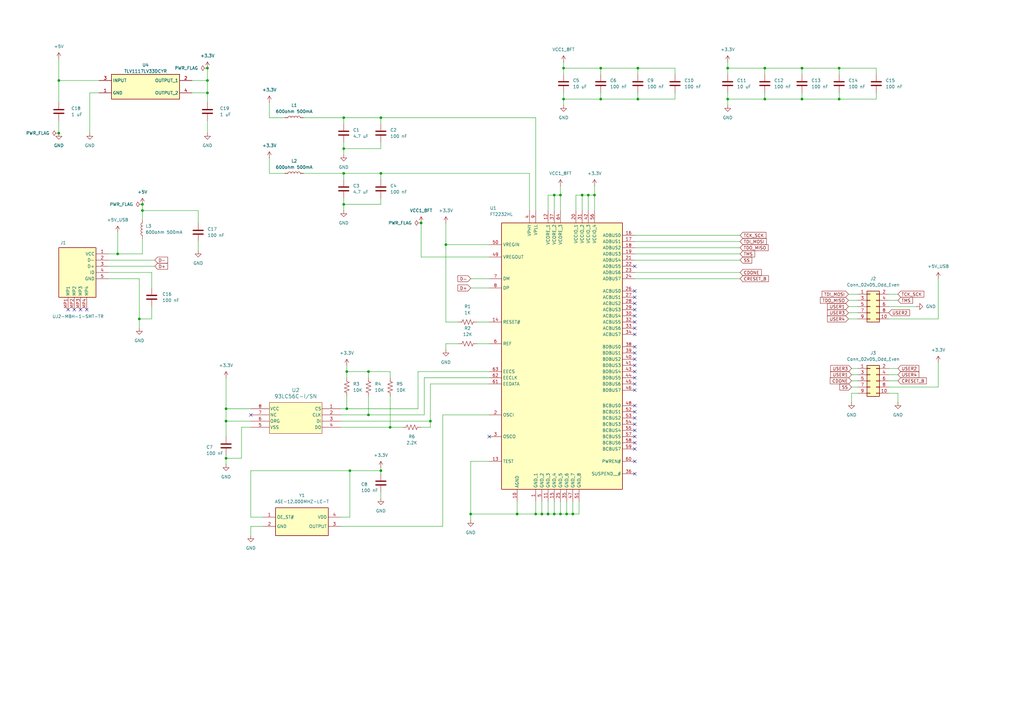
<source format=kicad_sch>
(kicad_sch (version 20250114) (generator "eeschema") (generator_version "9.0")
  (paper "A3")
  (lib_symbols
    (symbol "000_Symbols:93LC56C-I_SN" (pin_names (offset 0.254))
      (property "Reference" "U" (at 1.016 4.318 0))
      (property "Value" "93LC56C-I/SN" (at 1.016 1.778 0))
      (symbol "93LC56C-I_SN_0_1"
        (pin passive line (at -17.78 -2.54 0) (length 7.62) (name "CS") (number "1"))
        (pin passive line (at -17.78 -5.08 0) (length 7.62) (name "CLK") (number "2"))
        (pin passive line (at -17.78 -7.62 0) (length 7.62) (name "DI") (number "3"))
        (pin passive line (at -17.78 -10.16 0) (length 7.62) (name "DO") (number "4"))
        (pin passive line (at 19.05 -2.54 180) (length 7.62) (name "VCC") (number "8"))
        (pin passive line (at 19.05 -5.08 180) (length 7.62) (name "NC") (number "7"))
        (pin passive line (at 19.05 -7.62 180) (length 7.62) (name "ORG") (number "6"))
        (pin passive line (at 19.05 -10.16 180) (length 7.62) (name "VSS") (number "5"))
      )
      (symbol "93LC56C-I_SN_1_1"
        (rectangle (start -10.16 0) (end 11.43 -12.7) (fill (type background)))
      )
    )
    (symbol "000_Symbols:ASE-12.000MHZ-LC-T"
      (property "Reference" "Y" (at 6.858 7.366 0))
      (property "Value" "ASE-12.000MHZ-LC-T" (at 6.858 4.826 0))
      (symbol "ASE-12.000MHZ-LC-T_1_1"
        (rectangle (start 5.08 2.54) (end 26.67 -8.89) (stroke (width 0.254)) (fill (type background)))
        (pin passive line (at 0 -1.27 0) (length 5.08) (name "OE_ST#") (number "1"))
        (pin passive line (at 0 -5.08 0) (length 5.08) (name "GND") (number "2"))
        (pin passive line (at 31.75 -1.27 180) (length 5.08) (name "VDD") (number "4"))
        (pin passive line (at 31.75 -5.08 180) (length 5.08) (name "OUTPUT") (number "3"))
      )
    )
    (symbol "000_Symbols:FT2232HL-REEL"
      (property "Reference" "U" (at 49.53 20.32 0))
      (property "Value" "FT2232HL-REEL" (at 49.53 17.78 0))
      (symbol "FT2232HL-REEL_1_1"
        (rectangle (start -1.27 15.24) (end 48.26 -93.98) (stroke (width 0.254)) (fill (type background)))
        (pin passive line (at -6.35 6.35 0) (length 5.08) (name "VREGIN") (number "50"))
        (pin passive line (at -6.35 1.27 0) (length 5.08) (name "VREGOUT") (number "49"))
        (pin passive line (at -6.35 -7.62 0) (length 5.08) (name "DM") (number "7"))
        (pin passive line (at -6.35 -11.43 0) (length 5.08) (name "DP") (number "8"))
        (pin passive line (at -6.35 -25.4 0) (length 5.08) (name "RESET#") (number "14"))
        (pin passive line (at -6.35 -34.29 0) (length 5.08) (name "REF") (number "6"))
        (pin passive line (at -6.35 -45.72 0) (length 5.08) (name "EECS") (number "63"))
        (pin passive line (at -6.35 -48.26 0) (length 5.08) (name "EECLK") (number "62"))
        (pin passive line (at -6.35 -50.8 0) (length 5.08) (name "EEDATA") (number "61"))
        (pin passive line (at -6.35 -63.5 0) (length 5.08) (name "OSCI") (number "2"))
        (pin passive line (at -6.35 -72.39 0) (length 5.08) (name "OSCO") (number "3"))
        (pin passive line (at -6.35 -82.55 0) (length 5.08) (name "TEST") (number "13"))
        (pin passive line (at 5.08 -99.06 90) (length 5.08) (name "AGND") (number "10"))
        (pin passive line (at 10.16 20.32 270) (length 5.08) (name "VPHY") (number "4"))
        (pin passive line (at 12.7 20.32 270) (length 5.08) (name "VPLL") (number "9"))
        (pin passive line (at 12.7 -99.06 90) (length 5.08) (name "GND_1") (number "1"))
        (pin passive line (at 15.24 -99.06 90) (length 5.08) (name "GND_2") (number "5"))
        (pin passive line (at 17.78 20.32 270) (length 5.08) (name "VCORE_1") (number "12"))
        (pin passive line (at 17.78 -99.06 90) (length 5.08) (name "GND_3") (number "11"))
        (pin passive line (at 20.32 20.32 270) (length 5.08) (name "VCORE_2") (number "37"))
        (pin passive line (at 20.32 -99.06 90) (length 5.08) (name "GND_4") (number "15"))
        (pin passive line (at 22.86 20.32 270) (length 5.08) (name "VCORE_3") (number "64"))
        (pin passive line (at 22.86 -99.06 90) (length 5.08) (name "GND_5") (number "25"))
        (pin passive line (at 25.4 -99.06 90) (length 5.08) (name "GND_6") (number "35"))
        (pin passive line (at 27.94 -99.06 90) (length 5.08) (name "GND_7") (number "47"))
        (pin passive line (at 29.21 20.32 270) (length 5.08) (name "VCCIO_1") (number "20"))
        (pin passive line (at 30.48 -99.06 90) (length 5.08) (name "GND_8") (number "51"))
        (pin passive line (at 31.75 20.32 270) (length 5.08) (name "VCCIO_2") (number "31"))
        (pin passive line (at 34.29 20.32 270) (length 5.08) (name "VCCIO_3") (number "42"))
        (pin passive line (at 36.83 20.32 270) (length 5.08) (name "VCCIO_4") (number "56"))
        (pin passive line (at 53.34 10.16 180) (length 5.08) (name "ADBUS0") (number "16"))
        (pin passive line (at 53.34 7.62 180) (length 5.08) (name "ADBUS1") (number "17"))
        (pin passive line (at 53.34 5.08 180) (length 5.08) (name "ADBUS2") (number "18"))
        (pin passive line (at 53.34 2.54 180) (length 5.08) (name "ADBUS3") (number "19"))
        (pin passive line (at 53.34 0 180) (length 5.08) (name "ADBUS4") (number "21"))
        (pin passive line (at 53.34 -2.54 180) (length 5.08) (name "ADBUS5") (number "22"))
        (pin passive line (at 53.34 -5.08 180) (length 5.08) (name "ADBUS6") (number "23"))
        (pin passive line (at 53.34 -7.62 180) (length 5.08) (name "ADBUS7") (number "24"))
        (pin passive line (at 53.34 -12.7 180) (length 5.08) (name "ACBUS0") (number "26"))
        (pin passive line (at 53.34 -15.24 180) (length 5.08) (name "ACBUS1") (number "27"))
        (pin passive line (at 53.34 -17.78 180) (length 5.08) (name "ACBUS2") (number "28"))
        (pin passive line (at 53.34 -20.32 180) (length 5.08) (name "ACBUS3") (number "29"))
        (pin passive line (at 53.34 -22.86 180) (length 5.08) (name "ACBUS4") (number "30"))
        (pin passive line (at 53.34 -25.4 180) (length 5.08) (name "ACBUS5") (number "32"))
        (pin passive line (at 53.34 -27.94 180) (length 5.08) (name "ACBUS6") (number "33"))
        (pin passive line (at 53.34 -30.48 180) (length 5.08) (name "ACBUS7") (number "34"))
        (pin passive line (at 53.34 -35.56 180) (length 5.08) (name "BDBUS0") (number "38"))
        (pin passive line (at 53.34 -38.1 180) (length 5.08) (name "BDBUS1") (number "39"))
        (pin passive line (at 53.34 -40.64 180) (length 5.08) (name "BDBUS2") (number "40"))
        (pin passive line (at 53.34 -43.18 180) (length 5.08) (name "BDBUS3") (number "41"))
        (pin passive line (at 53.34 -45.72 180) (length 5.08) (name "BDBUS4") (number "43"))
        (pin passive line (at 53.34 -48.26 180) (length 5.08) (name "BDBUS5") (number "44"))
        (pin passive line (at 53.34 -50.8 180) (length 5.08) (name "BDBUS6") (number "45"))
        (pin passive line (at 53.34 -53.34 180) (length 5.08) (name "BDBUS7") (number "46"))
        (pin passive line (at 53.34 -59.69 180) (length 5.08) (name "BCBUS0") (number "48"))
        (pin passive line (at 53.34 -62.23 180) (length 5.08) (name "BCBUS1") (number "52"))
        (pin passive line (at 53.34 -64.77 180) (length 5.08) (name "BCBUS2") (number "53"))
        (pin passive line (at 53.34 -67.31 180) (length 5.08) (name "BCBUS3") (number "54"))
        (pin passive line (at 53.34 -69.85 180) (length 5.08) (name "BCBUS4") (number "55"))
        (pin passive line (at 53.34 -72.39 180) (length 5.08) (name "BCBUS5") (number "57"))
        (pin passive line (at 53.34 -74.93 180) (length 5.08) (name "BCBUS6") (number "58"))
        (pin passive line (at 53.34 -77.47 180) (length 5.08) (name "BCBUS7") (number "59"))
        (pin passive line (at 53.34 -82.55 180) (length 5.08) (name "PWREN#") (number "60"))
        (pin passive line (at 53.34 -87.63 180) (length 5.08) (name "SUSPEND__#") (number "36"))
      )
    )
    (symbol "000_Symbols:TLV1117LV33DCYR"
      (property "Reference" "U" (at 17.018 4.572 0))
      (property "Value" "TLV1117LV33DCYR" (at 15.24 -8.636 0))
      (symbol "TLV1117LV33DCYR_1_1"
        (rectangle (start 5.08 2.54) (end 33.02 -7.62) (stroke (width 0.254)) (fill (type background)))
        (pin passive line (at 0 0 0) (length 5.08) (name "INPUT") (number "3"))
        (pin passive line (at 0 -5.08 0) (length 5.08) (name "GND") (number "1"))
        (pin passive line (at 38.1 0 180) (length 5.08) (name "OUTPUT_1") (number "2"))
        (pin passive line (at 38.1 -5.08 180) (length 5.08) (name "OUTPUT_2") (number "4"))
      )
    )
    (symbol "000_Symbols:UJ2-MBH-1-SMT-TR"
      (property "Reference" "J" (at 5.588 7.366 0))
      (property "Value" "UJ2-MBH-1-SMT-TR" (at 5.588 4.826 0))
      (symbol "UJ2-MBH-1-SMT-TR_1_1"
        (rectangle (start 5.08 2.54) (end 20.32 -17.78) (stroke (width 0.254)) (fill (type background)))
        (pin passive line (at 8.89 -22.86 90) (length 5.08) (name "MP1") (number "MP1"))
        (pin passive line (at 11.43 -22.86 90) (length 5.08) (name "MP2") (number "MP2"))
        (pin passive line (at 13.97 -22.86 90) (length 5.08) (name "MP3") (number "MP3"))
        (pin passive line (at 16.51 -22.86 90) (length 5.08) (name "MP4") (number "MP4"))
        (pin passive line (at 25.4 0 180) (length 5.08) (name "VCC") (number "1"))
        (pin passive line (at 25.4 -2.54 180) (length 5.08) (name "D-") (number "2"))
        (pin passive line (at 25.4 -5.08 180) (length 5.08) (name "D+") (number "3"))
        (pin passive line (at 25.4 -7.62 180) (length 5.08) (name "ID") (number "4"))
        (pin passive line (at 25.4 -10.16 180) (length 5.08) (name "GND") (number "5"))
      )
    )
    (symbol "Connector_Generic:Conn_02x05_Odd_Even" (pin_names (offset 1.016) (hide yes))
      (property "Reference" "J" (at 1.27 7.62 0))
      (property "Value" "Conn_02x05_Odd_Even" (at 1.27 -7.62 0))
      (symbol "Conn_02x05_Odd_Even_1_1"
        (rectangle (start -1.27 6.35) (end 3.81 -6.35) (stroke (width 0.254)) (fill (type background)))
        (rectangle (start -1.27 5.207) (end 0 4.953) (stroke (width 0.1524)))
        (rectangle (start -1.27 2.667) (end 0 2.413) (stroke (width 0.1524)))
        (rectangle (start -1.27 0.127) (end 0 -0.127) (stroke (width 0.1524)))
        (rectangle (start -1.27 -2.413) (end 0 -2.667) (stroke (width 0.1524)))
        (rectangle (start -1.27 -4.953) (end 0 -5.207) (stroke (width 0.1524)))
        (rectangle (start 3.81 5.207) (end 2.54 4.953) (stroke (width 0.1524)))
        (rectangle (start 3.81 2.667) (end 2.54 2.413) (stroke (width 0.1524)))
        (rectangle (start 3.81 0.127) (end 2.54 -0.127) (stroke (width 0.1524)))
        (rectangle (start 3.81 -2.413) (end 2.54 -2.667) (stroke (width 0.1524)))
        (rectangle (start 3.81 -4.953) (end 2.54 -5.207) (stroke (width 0.1524)))
        (pin passive line (at -5.08 5.08 0) (length 3.81) (name "Pin_1") (number "1"))
        (pin passive line (at -5.08 2.54 0) (length 3.81) (name "Pin_3") (number "3"))
        (pin passive line (at -5.08 0 0) (length 3.81) (name "Pin_5") (number "5"))
        (pin passive line (at -5.08 -2.54 0) (length 3.81) (name "Pin_7") (number "7"))
        (pin passive line (at -5.08 -5.08 0) (length 3.81) (name "Pin_9") (number "9"))
        (pin passive line (at 7.62 5.08 180) (length 3.81) (name "Pin_2") (number "2"))
        (pin passive line (at 7.62 2.54 180) (length 3.81) (name "Pin_4") (number "4"))
        (pin passive line (at 7.62 0 180) (length 3.81) (name "Pin_6") (number "6"))
        (pin passive line (at 7.62 -2.54 180) (length 3.81) (name "Pin_8") (number "8"))
        (pin passive line (at 7.62 -5.08 180) (length 3.81) (name "Pin_10") (number "10"))
      )
    )
    (symbol "Device:C" (pin_numbers (hide yes)) (pin_names (offset 0.254))
      (property "Reference" "C" (at 0.635 2.54 0))
      (property "Value" "C" (at 0.635 -2.54 0))
      (symbol "C_0_1"
        (polyline (pts (xy -2.032 0.762) (xy 2.032 0.762)) (stroke (width 0.508)))
        (polyline (pts (xy -2.032 -0.762) (xy 2.032 -0.762)) (stroke (width 0.508)))
      )
      (symbol "C_1_1"
        (pin passive line (at 0 3.81 270) (length 2.794) (name "~") (number "1"))
        (pin passive line (at 0 -3.81 90) (length 2.794) (name "~") (number "2"))
      )
    )
    (symbol "Device:L" (pin_numbers (hide yes)) (pin_names (offset 1.016) (hide yes))
      (property "Reference" "L" (at -1.27 0 90))
      (property "Value" "L" (at 1.905 0 90))
      (symbol "L_0_1"
        (arc (start 0 2.54) (mid 0.6323 1.905) (end 0 1.27))
        (arc (start 0 1.27) (mid 0.6323 0.635) (end 0 0))
        (arc (start 0 0) (mid 0.6323 -0.635) (end 0 -1.27))
        (arc (start 0 -1.27) (mid 0.6323 -1.905) (end 0 -2.54))
      )
      (symbol "L_1_1"
        (pin passive line (at 0 3.81 270) (length 1.27) (name "1") (number "1"))
        (pin passive line (at 0 -3.81 90) (length 1.27) (name "2") (number "2"))
      )
    )
    (symbol "Device:R_US" (pin_numbers (hide yes)) (pin_names (offset 0))
      (property "Reference" "R" (at 2.54 0 90))
      (property "Value" "R_US" (at -2.54 0 90))
      (symbol "R_US_0_1"
        (polyline (pts (xy 0 2.286) (xy 0 2.54)))
        (polyline (pts (xy 0 2.286) (xy 1.016 1.905) (xy 0 1.524) (xy -1.016 1.143) (xy 0 0.762)))
        (polyline (pts (xy 0 0.762) (xy 1.016 0.381) (xy 0 0) (xy -1.016 -0.381) (xy 0 -0.762)))
        (polyline (pts (xy 0 -0.762) (xy 1.016 -1.143) (xy 0 -1.524) (xy -1.016 -1.905) (xy 0 -2.286)))
        (polyline (pts (xy 0 -2.286) (xy 0 -2.54)))
      )
      (symbol "R_US_1_1"
        (pin passive line (at 0 3.81 270) (length 1.27) (name "~") (number "1"))
        (pin passive line (at 0 -3.81 90) (length 1.27) (name "~") (number "2"))
      )
    )
    (symbol "power:+3.3V" (power) (pin_numbers (hide yes)) (pin_names (offset 0) (hide yes))
      (property "Value" "+3.3V" (at 0 3.556 0))
      (symbol "+3.3V_0_1"
        (polyline (pts (xy -0.762 1.27) (xy 0 2.54)))
        (polyline (pts (xy 0 2.54) (xy 0.762 1.27)))
        (polyline (pts (xy 0 0) (xy 0 2.54)))
      )
      (symbol "+3.3V_1_1"
        (pin power_in line (at 0 0 90) (length 0) (name "~") (number "1"))
      )
    )
    (symbol "power:GND" (power) (pin_numbers (hide yes)) (pin_names (offset 0) (hide yes))
      (property "Value" "GND" (at 0 -3.81 0))
      (symbol "GND_0_1"
        (polyline (pts (xy 0 0) (xy 0 -1.27) (xy 1.27 -1.27) (xy 0 -2.54) (xy -1.27 -1.27) (xy 0 -1.27)))
      )
      (symbol "GND_1_1"
        (pin power_in line (at 0 0 270) (length 0) (name "~") (number "1"))
      )
    )
    (symbol "power:PWR_FLAG" (power) (pin_numbers (hide yes)) (pin_names (offset 0) (hide yes))
      (property "Value" "PWR_FLAG" (at 0 3.81 0))
      (symbol "PWR_FLAG_0_0"
        (pin power_out line (at 0 0 90) (length 0) (name "~") (number "1"))
      )
      (symbol "PWR_FLAG_0_1"
        (polyline (pts (xy 0 0) (xy 0 1.27) (xy -1.016 1.905) (xy 0 2.54) (xy 1.016 1.905) (xy 0 1.27)))
      )
    )
    (symbol "power:VCC" (power) (pin_numbers (hide yes)) (pin_names (offset 0) (hide yes))
      (property "Value" "VCC" (at 0 3.556 0))
      (symbol "VCC_0_1"
        (polyline (pts (xy -0.762 1.27) (xy 0 2.54)))
        (polyline (pts (xy 0 2.54) (xy 0.762 1.27)))
        (polyline (pts (xy 0 0) (xy 0 2.54)))
      )
      (symbol "VCC_1_1"
        (pin power_in line (at 0 0 90) (length 0) (name "~") (number "1"))
      )
    )
  )
  (junction (at 193.04 210.82))
  (junction (at 140.97 60.96))
  (junction (at 140.97 48.26))
  (junction (at 261.62 40.64))
  (junction (at 344.17 40.64))
  (junction (at 313.69 40.64))
  (junction (at 172.72 91.44))
  (junction (at 156.21 71.12))
  (junction (at 234.95 210.82))
  (junction (at 227.33 80.01))
  (junction (at 243.84 80.01))
  (junction (at 142.24 152.4))
  (junction (at 176.53 172.72))
  (junction (at 140.97 83.82))
  (junction (at 231.14 40.64))
  (junction (at 313.69 27.94))
  (junction (at 85.09 27.94))
  (junction (at 328.93 40.64))
  (junction (at 231.14 27.94))
  (junction (at 238.76 80.01))
  (junction (at 261.62 27.94))
  (junction (at 92.71 167.64))
  (junction (at 182.88 100.33))
  (junction (at 219.71 210.82))
  (junction (at 156.21 48.26))
  (junction (at 151.13 170.18))
  (junction (at 58.42 86.36))
  (junction (at 58.42 83.82))
  (junction (at 85.09 33.02))
  (junction (at 344.17 27.94))
  (junction (at 143.51 193.04))
  (junction (at 24.13 54.61))
  (junction (at 224.79 210.82))
  (junction (at 151.13 152.4))
  (junction (at 48.26 104.14))
  (junction (at 160.02 175.26))
  (junction (at 156.21 193.04))
  (junction (at 142.24 167.64))
  (junction (at 246.38 40.64))
  (junction (at 57.15 130.81))
  (junction (at 241.3 80.01))
  (junction (at 222.25 210.82))
  (junction (at 229.87 80.01))
  (junction (at 140.97 71.12))
  (junction (at 246.38 27.94))
  (junction (at 328.93 27.94))
  (junction (at 92.71 187.96))
  (junction (at 227.33 210.82))
  (junction (at 212.09 210.82))
  (junction (at 24.13 33.02))
  (junction (at 232.41 210.82))
  (junction (at 229.87 210.82))
  (junction (at 298.45 40.64))
  (junction (at 298.45 27.94))
  (junction (at 92.71 172.72))
  (junction (at 85.09 38.1))
  (no_connect (at 260.35 147.32))
  (no_connect (at 260.35 194.31))
  (no_connect (at 260.35 184.15))
  (no_connect (at 260.35 137.16))
  (no_connect (at 260.35 176.53))
  (no_connect (at 260.35 144.78))
  (no_connect (at 260.35 134.62))
  (no_connect (at 260.35 132.08))
  (no_connect (at 260.35 168.91))
  (no_connect (at 33.02 127))
  (no_connect (at 260.35 127))
  (no_connect (at 260.35 152.4))
  (no_connect (at 260.35 173.99))
  (no_connect (at 260.35 189.23))
  (no_connect (at 260.35 171.45))
  (no_connect (at 102.87 170.18))
  (no_connect (at 260.35 181.61))
  (no_connect (at 260.35 129.54))
  (no_connect (at 35.56 127))
  (no_connect (at 260.35 149.86))
  (no_connect (at 260.35 179.07))
  (no_connect (at 260.35 121.92))
  (no_connect (at 260.35 109.22))
  (no_connect (at 260.35 142.24))
  (no_connect (at 27.94 127))
  (no_connect (at 260.35 119.38))
  (no_connect (at 260.35 166.37))
  (no_connect (at 200.66 179.07))
  (no_connect (at 260.35 160.02))
  (no_connect (at 260.35 154.94))
  (no_connect (at 30.48 127))
  (no_connect (at 260.35 157.48))
  (no_connect (at 260.35 124.46))
  (wire (pts (xy 81.28 91.44) (xy 81.28 86.36)))
  (wire (pts (xy 81.28 86.36) (xy 58.42 86.36)))
  (wire (pts (xy 303.53 104.14) (xy 260.35 104.14)))
  (wire (pts (xy 151.13 162.56) (xy 151.13 170.18)))
  (wire (pts (xy 368.3 161.29) (xy 364.49 161.29)))
  (wire (pts (xy 63.5 109.22) (xy 44.45 109.22)))
  (wire (pts (xy 110.49 64.77) (xy 110.49 71.12)))
  (wire (pts (xy 140.97 81.28) (xy 140.97 83.82)))
  (wire (pts (xy 261.62 27.94) (xy 261.62 30.48)))
  (wire (pts (xy 229.87 76.2) (xy 229.87 80.01)))
  (wire (pts (xy 238.76 80.01) (xy 238.76 86.36)))
  (wire (pts (xy 224.79 86.36) (xy 224.79 80.01)))
  (wire (pts (xy 200.66 189.23) (xy 193.04 189.23)))
  (wire (pts (xy 349.25 151.13) (xy 351.79 151.13)))
  (wire (pts (xy 172.72 105.41) (xy 172.72 91.44)))
  (wire (pts (xy 359.41 38.1) (xy 359.41 40.64)))
  (wire (pts (xy 102.87 193.04) (xy 143.51 193.04)))
  (wire (pts (xy 48.26 95.25) (xy 48.26 104.14)))
  (wire (pts (xy 116.84 48.26) (xy 110.49 48.26)))
  (wire (pts (xy 92.71 172.72) (xy 92.71 179.07)))
  (wire (pts (xy 313.69 30.48) (xy 313.69 27.94)))
  (wire (pts (xy 217.17 86.36) (xy 217.17 71.12)))
  (wire (pts (xy 110.49 48.26) (xy 110.49 41.91)))
  (wire (pts (xy 328.93 40.64) (xy 313.69 40.64)))
  (wire (pts (xy 219.71 86.36) (xy 219.71 48.26)))
  (wire (pts (xy 142.24 162.56) (xy 142.24 167.64)))
  (wire (pts (xy 63.5 106.68) (xy 44.45 106.68)))
  (wire (pts (xy 384.81 148.59) (xy 384.81 158.75)))
  (wire (pts (xy 58.42 86.36) (xy 58.42 90.17)))
  (wire (pts (xy 102.87 212.09) (xy 102.87 193.04)))
  (wire (pts (xy 200.66 105.41) (xy 172.72 105.41)))
  (wire (pts (xy 78.74 38.1) (xy 85.09 38.1)))
  (wire (pts (xy 234.95 210.82) (xy 232.41 210.82)))
  (wire (pts (xy 344.17 38.1) (xy 344.17 40.64)))
  (wire (pts (xy 140.97 83.82) (xy 140.97 86.36)))
  (wire (pts (xy 193.04 118.11) (xy 200.66 118.11)))
  (wire (pts (xy 193.04 210.82) (xy 193.04 213.36)))
  (wire (pts (xy 298.45 38.1) (xy 298.45 40.64)))
  (wire (pts (xy 151.13 152.4) (xy 142.24 152.4)))
  (wire (pts (xy 182.88 140.97) (xy 187.96 140.97)))
  (wire (pts (xy 232.41 205.74) (xy 232.41 210.82)))
  (wire (pts (xy 139.7 212.09) (xy 143.51 212.09)))
  (wire (pts (xy 303.53 96.52) (xy 260.35 96.52)))
  (wire (pts (xy 298.45 27.94) (xy 298.45 30.48)))
  (wire (pts (xy 237.49 205.74) (xy 237.49 210.82)))
  (wire (pts (xy 139.7 170.18) (xy 151.13 170.18)))
  (wire (pts (xy 246.38 38.1) (xy 246.38 40.64)))
  (wire (pts (xy 193.04 114.3) (xy 200.66 114.3)))
  (wire (pts (xy 246.38 27.94) (xy 231.14 27.94)))
  (wire (pts (xy 99.06 187.96) (xy 92.71 187.96)))
  (wire (pts (xy 24.13 24.13) (xy 24.13 33.02)))
  (wire (pts (xy 261.62 40.64) (xy 246.38 40.64)))
  (wire (pts (xy 44.45 104.14) (xy 48.26 104.14)))
  (wire (pts (xy 200.66 152.4) (xy 171.45 152.4)))
  (wire (pts (xy 85.09 49.53) (xy 85.09 54.61)))
  (wire (pts (xy 107.95 215.9) (xy 102.87 215.9)))
  (wire (pts (xy 160.02 175.26) (xy 165.1 175.26)))
  (wire (pts (xy 92.71 187.96) (xy 92.71 190.5)))
  (wire (pts (xy 222.25 205.74) (xy 222.25 210.82)))
  (wire (pts (xy 261.62 27.94) (xy 246.38 27.94)))
  (wire (pts (xy 359.41 40.64) (xy 344.17 40.64)))
  (wire (pts (xy 173.99 170.18) (xy 173.99 154.94)))
  (wire (pts (xy 140.97 48.26) (xy 140.97 50.8)))
  (wire (pts (xy 243.84 80.01) (xy 243.84 76.2)))
  (wire (pts (xy 200.66 157.48) (xy 176.53 157.48)))
  (wire (pts (xy 298.45 40.64) (xy 298.45 43.18)))
  (wire (pts (xy 261.62 38.1) (xy 261.62 40.64)))
  (wire (pts (xy 224.79 80.01) (xy 227.33 80.01)))
  (wire (pts (xy 246.38 40.64) (xy 231.14 40.64)))
  (wire (pts (xy 143.51 193.04) (xy 156.21 193.04)))
  (wire (pts (xy 229.87 80.01) (xy 229.87 86.36)))
  (wire (pts (xy 85.09 33.02) (xy 85.09 38.1)))
  (wire (pts (xy 368.3 165.1) (xy 368.3 161.29)))
  (wire (pts (xy 182.88 100.33) (xy 200.66 100.33)))
  (wire (pts (xy 231.14 40.64) (xy 231.14 43.18)))
  (wire (pts (xy 212.09 205.74) (xy 212.09 210.82)))
  (wire (pts (xy 24.13 49.53) (xy 24.13 54.61)))
  (wire (pts (xy 140.97 71.12) (xy 140.97 73.66)))
  (wire (pts (xy 231.14 27.94) (xy 231.14 30.48)))
  (wire (pts (xy 24.13 33.02) (xy 24.13 41.91)))
  (wire (pts (xy 181.61 215.9) (xy 181.61 170.18)))
  (wire (pts (xy 176.53 172.72) (xy 139.7 172.72)))
  (wire (pts (xy 176.53 157.48) (xy 176.53 172.72)))
  (wire (pts (xy 368.3 120.65) (xy 364.49 120.65)))
  (wire (pts (xy 344.17 27.94) (xy 328.93 27.94)))
  (wire (pts (xy 224.79 210.82) (xy 222.25 210.82)))
  (wire (pts (xy 241.3 80.01) (xy 241.3 86.36)))
  (wire (pts (xy 140.97 60.96) (xy 140.97 63.5)))
  (wire (pts (xy 349.25 165.1) (xy 349.25 161.29)))
  (wire (pts (xy 140.97 48.26) (xy 156.21 48.26)))
  (wire (pts (xy 303.53 114.3) (xy 260.35 114.3)))
  (wire (pts (xy 160.02 162.56) (xy 160.02 175.26)))
  (wire (pts (xy 102.87 215.9) (xy 102.87 219.71)))
  (wire (pts (xy 368.3 151.13) (xy 364.49 151.13)))
  (wire (pts (xy 359.41 30.48) (xy 359.41 27.94)))
  (wire (pts (xy 236.22 80.01) (xy 238.76 80.01)))
  (wire (pts (xy 110.49 71.12) (xy 116.84 71.12)))
  (wire (pts (xy 85.09 33.02) (xy 78.74 33.02)))
  (wire (pts (xy 349.25 158.75) (xy 351.79 158.75)))
  (wire (pts (xy 156.21 48.26) (xy 156.21 50.8)))
  (wire (pts (xy 276.86 40.64) (xy 261.62 40.64)))
  (wire (pts (xy 328.93 27.94) (xy 328.93 30.48)))
  (wire (pts (xy 156.21 201.93) (xy 156.21 204.47)))
  (wire (pts (xy 303.53 101.6) (xy 260.35 101.6)))
  (wire (pts (xy 156.21 81.28) (xy 156.21 83.82)))
  (wire (pts (xy 181.61 170.18) (xy 200.66 170.18)))
  (wire (pts (xy 156.21 71.12) (xy 156.21 73.66)))
  (wire (pts (xy 384.81 158.75) (xy 364.49 158.75)))
  (wire (pts (xy 347.98 128.27) (xy 351.79 128.27)))
  (wire (pts (xy 231.14 25.4) (xy 231.14 27.94)))
  (wire (pts (xy 222.25 210.82) (xy 219.71 210.82)))
  (wire (pts (xy 160.02 154.94) (xy 160.02 152.4)))
  (wire (pts (xy 303.53 111.76) (xy 260.35 111.76)))
  (wire (pts (xy 107.95 212.09) (xy 102.87 212.09)))
  (wire (pts (xy 260.35 106.68) (xy 303.53 106.68)))
  (wire (pts (xy 313.69 40.64) (xy 298.45 40.64)))
  (wire (pts (xy 156.21 58.42) (xy 156.21 60.96)))
  (wire (pts (xy 328.93 38.1) (xy 328.93 40.64)))
  (wire (pts (xy 182.88 140.97) (xy 182.88 143.51)))
  (wire (pts (xy 227.33 80.01) (xy 229.87 80.01)))
  (wire (pts (xy 246.38 30.48) (xy 246.38 27.94)))
  (wire (pts (xy 85.09 41.91) (xy 85.09 38.1)))
  (wire (pts (xy 142.24 152.4) (xy 142.24 149.86)))
  (wire (pts (xy 349.25 156.21) (xy 351.79 156.21)))
  (wire (pts (xy 231.14 38.1) (xy 231.14 40.64)))
  (wire (pts (xy 276.86 30.48) (xy 276.86 27.94)))
  (wire (pts (xy 92.71 172.72) (xy 102.87 172.72)))
  (wire (pts (xy 347.98 125.73) (xy 351.79 125.73)))
  (wire (pts (xy 303.53 99.06) (xy 260.35 99.06)))
  (wire (pts (xy 62.23 125.73) (xy 62.23 130.81)))
  (wire (pts (xy 232.41 210.82) (xy 229.87 210.82)))
  (wire (pts (xy 212.09 210.82) (xy 193.04 210.82)))
  (wire (pts (xy 156.21 83.82) (xy 140.97 83.82)))
  (wire (pts (xy 368.3 153.67) (xy 364.49 153.67)))
  (wire (pts (xy 347.98 123.19) (xy 351.79 123.19)))
  (wire (pts (xy 57.15 114.3) (xy 57.15 130.81)))
  (wire (pts (xy 140.97 71.12) (xy 156.21 71.12)))
  (wire (pts (xy 224.79 205.74) (xy 224.79 210.82)))
  (wire (pts (xy 187.96 132.08) (xy 182.88 132.08)))
  (wire (pts (xy 151.13 152.4) (xy 151.13 154.94)))
  (wire (pts (xy 195.58 132.08) (xy 200.66 132.08)))
  (wire (pts (xy 182.88 91.44) (xy 182.88 100.33)))
  (wire (pts (xy 298.45 25.4) (xy 298.45 27.94)))
  (wire (pts (xy 384.81 130.81) (xy 364.49 130.81)))
  (wire (pts (xy 57.15 130.81) (xy 57.15 134.62)))
  (wire (pts (xy 229.87 205.74) (xy 229.87 210.82)))
  (wire (pts (xy 156.21 193.04) (xy 156.21 194.31)))
  (wire (pts (xy 160.02 152.4) (xy 151.13 152.4)))
  (wire (pts (xy 139.7 175.26) (xy 160.02 175.26)))
  (wire (pts (xy 368.3 156.21) (xy 364.49 156.21)))
  (wire (pts (xy 139.7 215.9) (xy 181.61 215.9)))
  (wire (pts (xy 236.22 86.36) (xy 236.22 80.01)))
  (wire (pts (xy 384.81 114.3) (xy 384.81 130.81)))
  (wire (pts (xy 344.17 40.64) (xy 328.93 40.64)))
  (wire (pts (xy 176.53 175.26) (xy 176.53 172.72)))
  (wire (pts (xy 99.06 175.26) (xy 99.06 187.96)))
  (wire (pts (xy 234.95 205.74) (xy 234.95 210.82)))
  (wire (pts (xy 347.98 120.65) (xy 351.79 120.65)))
  (wire (pts (xy 193.04 189.23) (xy 193.04 210.82)))
  (wire (pts (xy 142.24 167.64) (xy 139.7 167.64)))
  (wire (pts (xy 92.71 154.94) (xy 92.71 167.64)))
  (wire (pts (xy 349.25 153.67) (xy 351.79 153.67)))
  (wire (pts (xy 124.46 48.26) (xy 140.97 48.26)))
  (wire (pts (xy 276.86 38.1) (xy 276.86 40.64)))
  (wire (pts (xy 62.23 111.76) (xy 44.45 111.76)))
  (wire (pts (xy 81.28 99.06) (xy 81.28 102.87)))
  (wire (pts (xy 227.33 210.82) (xy 224.79 210.82)))
  (wire (pts (xy 219.71 210.82) (xy 212.09 210.82)))
  (wire (pts (xy 92.71 186.69) (xy 92.71 187.96)))
  (wire (pts (xy 156.21 60.96) (xy 140.97 60.96)))
  (wire (pts (xy 237.49 210.82) (xy 234.95 210.82)))
  (wire (pts (xy 217.17 71.12) (xy 156.21 71.12)))
  (wire (pts (xy 229.87 210.82) (xy 227.33 210.82)))
  (wire (pts (xy 36.83 54.61) (xy 36.83 38.1)))
  (wire (pts (xy 364.49 125.73) (xy 375.92 125.73)))
  (wire (pts (xy 142.24 152.4) (xy 142.24 154.94)))
  (wire (pts (xy 171.45 152.4) (xy 171.45 167.64)))
  (wire (pts (xy 219.71 205.74) (xy 219.71 210.82)))
  (wire (pts (xy 359.41 27.94) (xy 344.17 27.94)))
  (wire (pts (xy 347.98 130.81) (xy 351.79 130.81)))
  (wire (pts (xy 143.51 212.09) (xy 143.51 193.04)))
  (wire (pts (xy 219.71 48.26) (xy 156.21 48.26)))
  (wire (pts (xy 238.76 80.01) (xy 241.3 80.01)))
  (wire (pts (xy 182.88 132.08) (xy 182.88 100.33)))
  (wire (pts (xy 85.09 27.94) (xy 85.09 33.02)))
  (wire (pts (xy 24.13 33.02) (xy 40.64 33.02)))
  (wire (pts (xy 171.45 167.64) (xy 142.24 167.64)))
  (wire (pts (xy 140.97 58.42) (xy 140.97 60.96)))
  (wire (pts (xy 328.93 27.94) (xy 313.69 27.94)))
  (wire (pts (xy 156.21 191.77) (xy 156.21 193.04)))
  (wire (pts (xy 368.3 123.19) (xy 364.49 123.19)))
  (wire (pts (xy 243.84 80.01) (xy 243.84 86.36)))
  (wire (pts (xy 349.25 161.29) (xy 351.79 161.29)))
  (wire (pts (xy 344.17 30.48) (xy 344.17 27.94)))
  (wire (pts (xy 172.72 175.26) (xy 176.53 175.26)))
  (wire (pts (xy 276.86 27.94) (xy 261.62 27.94)))
  (wire (pts (xy 58.42 97.79) (xy 58.42 104.14)))
  (wire (pts (xy 195.58 140.97) (xy 200.66 140.97)))
  (wire (pts (xy 48.26 104.14) (xy 58.42 104.14)))
  (wire (pts (xy 58.42 83.82) (xy 58.42 86.36)))
  (wire (pts (xy 227.33 205.74) (xy 227.33 210.82)))
  (wire (pts (xy 124.46 71.12) (xy 140.97 71.12)))
  (wire (pts (xy 92.71 167.64) (xy 102.87 167.64)))
  (wire (pts (xy 44.45 114.3) (xy 57.15 114.3)))
  (wire (pts (xy 102.87 175.26) (xy 99.06 175.26)))
  (wire (pts (xy 313.69 27.94) (xy 298.45 27.94)))
  (wire (pts (xy 62.23 130.81) (xy 57.15 130.81)))
  (wire (pts (xy 92.71 167.64) (xy 92.71 172.72)))
  (wire (pts (xy 241.3 80.01) (xy 243.84 80.01)))
  (wire (pts (xy 173.99 154.94) (xy 200.66 154.94)))
  (wire (pts (xy 151.13 170.18) (xy 173.99 170.18)))
  (wire (pts (xy 313.69 38.1) (xy 313.69 40.64)))
  (wire (pts (xy 36.83 38.1) (xy 40.64 38.1)))
  (wire (pts (xy 227.33 80.01) (xy 227.33 86.36)))
  (wire (pts (xy 62.23 118.11) (xy 62.23 111.76)))
  (global_label "CDONE" (shape input) (at 303.53 111.76 0) (property "Intersheetrefs" "${INTERSHEET_REFS}" (effects (hide yes))))
  (global_label "D+" (shape input) (at 193.04 118.11 180) (property "Intersheetrefs" "${INTERSHEET_REFS}" (effects (hide yes))))
  (global_label "D+" (shape input) (at 63.5 109.22 0) (property "Intersheetrefs" "${INTERSHEET_REFS}" (effects (hide yes))))
  (global_label "TCK_SCK" (shape input) (at 303.53 96.52 0) (property "Intersheetrefs" "${INTERSHEET_REFS}" (effects (hide yes))))
  (global_label "TDO_MISO" (shape input) (at 347.98 123.19 180) (property "Intersheetrefs" "${INTERSHEET_REFS}" (effects (hide yes))))
  (global_label "USER4" (shape input) (at 368.3 153.67 0) (property "Intersheetrefs" "${INTERSHEET_REFS}" (effects (hide yes))))
  (global_label "USER1" (shape input) (at 347.98 125.73 180) (property "Intersheetrefs" "${INTERSHEET_REFS}" (effects (hide yes))))
  (global_label "CDONE" (shape input) (at 349.25 156.21 180) (property "Intersheetrefs" "${INTERSHEET_REFS}" (effects (hide yes))))
  (global_label "CRESET_B" (shape input) (at 368.3 156.21 0) (property "Intersheetrefs" "${INTERSHEET_REFS}" (effects (hide yes))))
  (global_label "D-" (shape input) (at 193.04 114.3 180) (property "Intersheetrefs" "${INTERSHEET_REFS}" (effects (hide yes))))
  (global_label "USER3" (shape input) (at 347.98 128.27 180) (property "Intersheetrefs" "${INTERSHEET_REFS}" (effects (hide yes))))
  (global_label "TDI_MOSI" (shape input) (at 347.98 120.65 180) (property "Intersheetrefs" "${INTERSHEET_REFS}" (effects (hide yes))))
  (global_label "TMS" (shape input) (at 303.53 104.14 0) (property "Intersheetrefs" "${INTERSHEET_REFS}" (effects (hide yes))))
  (global_label "TDO_MISO" (shape input) (at 303.53 101.6 0) (property "Intersheetrefs" "${INTERSHEET_REFS}" (effects (hide yes))))
  (global_label "CRESET_B" (shape input) (at 303.53 114.3 0) (property "Intersheetrefs" "${INTERSHEET_REFS}" (effects (hide yes))))
  (global_label "USER3" (shape input) (at 349.25 151.13 180) (property "Intersheetrefs" "${INTERSHEET_REFS}" (effects (hide yes))))
  (global_label "USER2" (shape input) (at 364.49 128.27 0) (property "Intersheetrefs" "${INTERSHEET_REFS}" (effects (hide yes))))
  (global_label "USER2" (shape input) (at 368.3 151.13 0) (property "Intersheetrefs" "${INTERSHEET_REFS}" (effects (hide yes))))
  (global_label "USER1" (shape input) (at 349.25 153.67 180) (property "Intersheetrefs" "${INTERSHEET_REFS}" (effects (hide yes))))
  (global_label "TMS" (shape input) (at 368.3 123.19 0) (property "Intersheetrefs" "${INTERSHEET_REFS}" (effects (hide yes))))
  (global_label "SS" (shape input) (at 349.25 158.75 180) (property "Intersheetrefs" "${INTERSHEET_REFS}" (effects (hide yes))))
  (global_label "TDI_MOSI" (shape input) (at 303.53 99.06 0) (property "Intersheetrefs" "${INTERSHEET_REFS}" (effects (hide yes))))
  (global_label "TCK_SCK" (shape input) (at 368.3 120.65 0) (property "Intersheetrefs" "${INTERSHEET_REFS}" (effects (hide yes))))
  (global_label "SS" (shape input) (at 303.53 106.68 0) (property "Intersheetrefs" "${INTERSHEET_REFS}" (effects (hide yes))))
  (global_label "USER4" (shape input) (at 347.98 130.81 180) (property "Intersheetrefs" "${INTERSHEET_REFS}" (effects (hide yes))))
  (global_label "D-" (shape input) (at 63.5 106.68 0) (property "Intersheetrefs" "${INTERSHEET_REFS}" (effects (hide yes))))
  (symbol (lib_id "Device:C") (at 140.97 77.47 0) (unit 1)
    (property "Reference" "C3" (at 144.78 76.1999 0) (effects (justify left)))
    (property "Value" "4.7 uF" (at 144.78 78.7399 0) (effects (justify left)))
    (property "Footprint" "Capacitor_SMD:C_0603_1608Metric" (effects (hide yes)))
    (property "Description" "Unpolarized capacitor" (effects (hide yes)))
  )
  (symbol (lib_id "power:GND") (at 24.13 54.61 0) (unit 1)
    (property "Reference" "#PWR024" (effects (hide yes)))
    (property "Value" "GND" (at 24.13 59.69 0))
    (property "Description" "Power symbol creates a global label with name \"GND\" , ground" (effects (hide yes)))
  )
  (symbol (lib_id "power:GND") (at 85.09 54.61 0) (unit 1)
    (property "Reference" "#PWR025" (effects (hide yes)))
    (property "Value" "GND" (at 85.09 59.69 0))
    (property "Description" "Power symbol creates a global label with name \"GND\" , ground" (effects (hide yes)))
  )
  (symbol (lib_id "Device:C") (at 328.93 34.29 0) (unit 1)
    (property "Reference" "C13" (at 332.74 33.0199 0) (effects (justify left)))
    (property "Value" "100 nF" (at 332.74 35.5599 0) (effects (justify left)))
    (property "Footprint" "Capacitor_SMD:C_0402_1005Metric" (effects (hide yes)))
    (property "Description" "Unpolarized capacitor" (effects (hide yes)))
  )
  (symbol (lib_id "Device:L") (at 58.42 93.98 180) (unit 1)
    (property "Reference" "L3" (at 59.69 92.7099 0) (effects (justify right)))
    (property "Value" "600ohm 500mA" (at 59.69 95.2499 0) (effects (justify right)))
    (property "Footprint" "Inductor_SMD:L_0603_1608Metric" (effects (hide yes)))
    (property "Description" "Inductor" (effects (hide yes)))
    (property "Mfg Number" "BLM18AG601SN1D" (effects (hide yes)))
  )
  (symbol (lib_id "Device:C") (at 156.21 77.47 0) (unit 1)
    (property "Reference" "C4" (at 160.02 76.1999 0) (effects (justify left)))
    (property "Value" "100 nF" (at 160.02 78.7399 0) (effects (justify left)))
    (property "Footprint" "Capacitor_SMD:C_0402_1005Metric" (effects (hide yes)))
    (property "Description" "Unpolarized capacitor" (effects (hide yes)))
  )
  (symbol (lib_id "power:GND") (at 349.25 165.1 0) (unit 1)
    (property "Reference" "#PWR031" (effects (hide yes)))
    (property "Value" "GND" (at 349.25 170.18 0))
    (property "Description" "Power symbol creates a global label with name \"GND\" , ground" (effects (hide yes)))
  )
  (symbol (lib_id "power:VCC") (at 229.87 76.2 0) (unit 1)
    (property "Reference" "#PWR08" (effects (hide yes)))
    (property "Value" "VCC1_8FT" (at 229.87 71.12 0))
    (property "Description" "Power symbol creates a global label with name \"VCC\"" (effects (hide yes)))
  )
  (symbol (lib_id "power:PWR_FLAG") (at 85.09 27.94 90) (unit 1)
    (property "Reference" "#FLG02" (effects (hide yes)))
    (property "Value" "PWR_FLAG" (at 81.28 27.9399 90) (effects (justify left)))
    (property "Description" "Special symbol for telling ERC where power comes from" (effects (hide yes)))
  )
  (symbol (lib_id "Device:R_US") (at 142.24 158.75 180) (unit 1)
    (property "Reference" "R3" (at 144.78 157.4799 0) (effects (justify right)))
    (property "Value" "10K" (at 144.78 160.0199 0) (effects (justify right)))
    (property "Footprint" "Resistor_SMD:R_0402_1005Metric" (effects (hide yes)))
    (property "Description" "Resistor, US symbol" (effects (hide yes)))
  )
  (symbol (lib_id "000_Symbols:93LC56C-I_SN") (at 121.92 165.1 0) (mirror y) (unit 1)
    (property "Reference" "U2" (at 121.285 160.02 0) (effects (font (size 1.524 1.524))))
    (property "Value" "93LC56C-I/SN" (at 121.285 162.56 0) (effects (font (size 1.524 1.524))))
    (property "Footprint" "000_Footprints:SOIC8-N_MC_MCH" (effects (hide yes)))
    (property "Datasheet" "93LC56C-I/SN" (effects (hide yes)))
  )
  (symbol (lib_id "power:VCC") (at 172.72 91.44 0) (unit 1)
    (property "Reference" "#PWR07" (effects (hide yes)))
    (property "Value" "VCC1_8FT" (at 172.72 86.36 0))
    (property "Description" "Power symbol creates a global label with name \"VCC\"" (effects (hide yes)))
  )
  (symbol (lib_id "power:+3.3V") (at 85.09 27.94 0) (unit 1)
    (property "Reference" "#PWR033" (effects (hide yes)))
    (property "Value" "+3.3V" (at 85.09 22.86 0))
    (property "Description" "Power symbol creates a global label with name \"+3.3V\"" (effects (hide yes)))
  )
  (symbol (lib_id "Device:C") (at 231.14 34.29 0) (unit 1)
    (property "Reference" "C5" (at 234.95 33.0199 0) (effects (justify left)))
    (property "Value" "10 uF" (at 234.95 35.5599 0) (effects (justify left)))
    (property "Footprint" "Capacitor_SMD:C_0603_1608Metric" (effects (hide yes)))
    (property "Description" "Unpolarized capacitor" (effects (hide yes)))
  )
  (symbol (lib_id "Device:C") (at 156.21 54.61 0) (unit 1)
    (property "Reference" "C2" (at 160.02 53.3399 0) (effects (justify left)))
    (property "Value" "100 nF" (at 160.02 55.8799 0) (effects (justify left)))
    (property "Footprint" "Capacitor_SMD:C_0402_1005Metric" (effects (hide yes)))
    (property "Description" "Unpolarized capacitor" (effects (hide yes)))
  )
  (symbol (lib_id "power:GND") (at 92.71 190.5 0) (unit 1)
    (property "Reference" "#PWR011" (effects (hide yes)))
    (property "Value" "GND" (at 92.71 195.58 0))
    (property "Description" "Power symbol creates a global label with name \"GND\" , ground" (effects (hide yes)))
  )
  (symbol (lib_id "Device:C") (at 313.69 34.29 0) (unit 1)
    (property "Reference" "C12" (at 317.5 33.0199 0) (effects (justify left)))
    (property "Value" "100 nF" (at 317.5 35.5599 0) (effects (justify left)))
    (property "Footprint" "Capacitor_SMD:C_0402_1005Metric" (effects (hide yes)))
    (property "Description" "Unpolarized capacitor" (effects (hide yes)))
  )
  (symbol (lib_id "power:GND") (at 298.45 43.18 0) (unit 1)
    (property "Reference" "#PWR020" (effects (hide yes)))
    (property "Value" "GND" (at 298.45 48.26 0))
    (property "Description" "Power symbol creates a global label with name \"GND\" , ground" (effects (hide yes)))
  )
  (symbol (lib_id "power:GND") (at 102.87 219.71 0) (unit 1)
    (property "Reference" "#PWR016" (effects (hide yes)))
    (property "Value" "GND" (at 102.87 224.79 0))
    (property "Description" "Power symbol creates a global label with name \"GND\" , ground" (effects (hide yes)))
  )
  (symbol (lib_id "Device:C") (at 92.71 182.88 0) (unit 1)
    (property "Reference" "C7" (at 84.582 183.388 0) (effects (justify left)))
    (property "Value" "100 nF" (at 84.582 185.928 0) (effects (justify left)))
    (property "Footprint" "Capacitor_SMD:C_0402_1005Metric" (effects (hide yes)))
    (property "Description" "Unpolarized capacitor" (effects (hide yes)))
  )
  (symbol (lib_id "power:+3.3V") (at 48.26 95.25 0) (mirror y) (unit 1)
    (property "Reference" "#PWR034" (effects (hide yes)))
    (property "Value" "+5V_USB" (at 48.26 90.17 0))
    (property "Description" "Power symbol creates a global label with name \"+3.3V\"" (effects (hide yes)))
  )
  (symbol (lib_id "Device:C") (at 344.17 34.29 0) (unit 1)
    (property "Reference" "C14" (at 347.98 33.0199 0) (effects (justify left)))
    (property "Value" "100 nF" (at 347.98 35.5599 0) (effects (justify left)))
    (property "Footprint" "Capacitor_SMD:C_0402_1005Metric" (effects (hide yes)))
    (property "Description" "Unpolarized capacitor" (effects (hide yes)))
  )
  (symbol (lib_id "power:GND") (at 231.14 43.18 0) (unit 1)
    (property "Reference" "#PWR018" (effects (hide yes)))
    (property "Value" "GND" (at 231.14 48.26 0))
    (property "Description" "Power symbol creates a global label with name \"GND\" , ground" (effects (hide yes)))
  )
  (symbol (lib_id "power:PWR_FLAG") (at 58.42 83.82 90) (unit 1)
    (property "Reference" "#FLG01" (effects (hide yes)))
    (property "Value" "PWR_FLAG" (at 54.61 83.8199 90) (effects (justify left)))
    (property "Description" "Special symbol for telling ERC where power comes from" (effects (hide yes)))
  )
  (symbol (lib_id "000_Symbols:TLV1117LV33DCYR") (at 40.64 33.02 0) (unit 1)
    (property "Reference" "U4" (at 59.69 26.67 0))
    (property "Value" "TLV1117LV33DCYR" (at 59.69 29.21 0))
    (property "Footprint" "000_Footprints:SOT230P700X180-4N" (effects (hide yes)))
    (property "Datasheet" "http://www.ti.com/lit/gpn/tlv1117lv" (effects (hide yes)))
    (property "Description" "1-A, Positive Fixed Voltage, Low-Dropout Regulator" (effects (hide yes)))
    (property "Height" "1.8" (effects (hide yes)))
    (property "Mouser Part Number" "595-TLV1117LV33DCYR" (effects (hide yes)))
    (property "Mouser Price/Stock" "https://www.mouser.co.uk/ProductDetail/Texas-Instruments/TLV1117LV33DCYR?qs=tEz3BkPb1rwzXMb8FiWhow%3D%3D" (effects (hide yes)))
    (property "Manufacturer_Name" "Texas Instruments" (effects (hide yes)))
    (property "Manufacturer_Part_Number" "TLV1117LV33DCYR" (effects (hide yes)))
  )
  (symbol (lib_id "Device:C") (at 62.23 121.92 0) (unit 1)
    (property "Reference" "C16" (at 66.548 120.65 0) (effects (justify left)))
    (property "Value" "100 nF" (at 66.548 123.19 0) (effects (justify left)))
    (property "Footprint" "Capacitor_SMD:C_0402_1005Metric" (effects (hide yes)))
    (property "Description" "Unpolarized capacitor" (effects (hide yes)))
  )
  (symbol (lib_id "power:GND") (at 81.28 102.87 0) (unit 1)
    (property "Reference" "#PWR023" (effects (hide yes)))
    (property "Value" "GND" (at 81.28 107.95 0))
    (property "Description" "Power symbol creates a global label with name \"GND\" , ground" (effects (hide yes)))
  )
  (symbol (lib_id "power:GND") (at 140.97 63.5 0) (unit 1)
    (property "Reference" "#PWR01" (effects (hide yes)))
    (property "Value" "GND" (at 140.97 68.58 0))
    (property "Description" "Power symbol creates a global label with name \"GND\" , ground" (effects (hide yes)))
  )
  (symbol (lib_id "Device:C") (at 298.45 34.29 0) (unit 1)
    (property "Reference" "C11" (at 302.26 33.0199 0) (effects (justify left)))
    (property "Value" "10 uF" (at 302.26 35.5599 0) (effects (justify left)))
    (property "Footprint" "Capacitor_SMD:C_0603_1608Metric" (effects (hide yes)))
    (property "Description" "Unpolarized capacitor" (effects (hide yes)))
  )
  (symbol (lib_id "power:+3.3V") (at 142.24 149.86 0) (unit 1)
    (property "Reference" "#PWR012" (effects (hide yes)))
    (property "Value" "+3.3V" (at 142.24 144.78 0))
    (property "Description" "Power symbol creates a global label with name \"+3.3V\"" (effects (hide yes)))
  )
  (symbol (lib_id "Device:C") (at 81.28 95.25 0) (unit 1)
    (property "Reference" "C17" (at 85.09 93.9799 0) (effects (justify left)))
    (property "Value" "100 nF" (at 85.09 96.5199 0) (effects (justify left)))
    (property "Footprint" "Capacitor_SMD:C_0402_1005Metric" (effects (hide yes)))
    (property "Description" "Unpolarized capacitor" (effects (hide yes)))
  )
  (symbol (lib_id "power:+3.3V") (at 384.81 114.3 0) (mirror y) (unit 1)
    (property "Reference" "#PWR035" (effects (hide yes)))
    (property "Value" "+5V_USB" (at 384.81 109.22 0))
    (property "Description" "Power symbol creates a global label with name \"+3.3V\"" (effects (hide yes)))
  )
  (symbol (lib_id "Connector_Generic:Conn_02x05_Odd_Even") (at 356.87 125.73 0) (unit 1)
    (property "Reference" "J2" (at 358.14 114.3 0))
    (property "Value" "Conn_02x05_Odd_Even" (at 358.14 116.84 0))
    (property "Footprint" "Connector_PinHeader_2.54mm:PinHeader_2x05_P2.54mm_Vertical" (effects (hide yes)))
    (property "Description" "Generic connector, double row, 02x05, odd/even pin numbering scheme (row 1 odd numbers, row 2 even numbers), script generated (kicad-library-utils/schlib/autogen/connector/)" (effects (hide yes)))
  )
  (symbol (lib_id "power:VCC") (at 231.14 25.4 0) (unit 1)
    (property "Reference" "#PWR017" (effects (hide yes)))
    (property "Value" "VCC1_8FT" (at 231.14 20.32 0))
    (property "Description" "Power symbol creates a global label with name \"VCC\"" (effects (hide yes)))
  )
  (symbol (lib_id "power:+3.3V") (at 110.49 64.77 0) (unit 1)
    (property "Reference" "#PWR04" (effects (hide yes)))
    (property "Value" "+3.3V" (at 110.49 59.69 0))
    (property "Description" "Power symbol creates a global label with name \"+3.3V\"" (effects (hide yes)))
  )
  (symbol (lib_id "000_Symbols:FT2232HL-REEL") (at 207.01 106.68 0) (unit 1)
    (property "Reference" "U1" (at 200.914 85.344 0) (effects (justify left)))
    (property "Value" "FT2232HL" (at 200.914 87.884 0) (effects (justify left)))
    (property "Footprint" "000_Footprints:QFP50P1200X1200X160-64N" (effects (hide yes)))
    (property "Datasheet" "http://www.ftdichip.com/Support/Documents/DataSheets/ICs/DS_FT2232H.pdf" (effects (hide yes)))
    (property "Description" "FTDI Chip FT2232HL-REEL, USB Controller, 4-channel, 480MBps, USB 2.0, 64-Pin LQFP" (effects (hide yes)))
    (property "Height" "1.6" (effects (hide yes)))
    (property "Mouser Part Number" "895-FT2232HL" (effects (hide yes)))
    (property "Mouser Price/Stock" "https://www.mouser.co.uk/ProductDetail/FTDI/FT2232HL-REEL?qs=D1%2FPMqvA100v7FHcEx164g%3D%3D" (effects (hide yes)))
    (property "Manufacturer_Name" "FTDI Chip" (effects (hide yes)))
    (property "Manufacturer_Part_Number" "FT2232HL-REEL" (effects (hide yes)))
  )
  (symbol (lib_id "Device:R_US") (at 160.02 158.75 180) (unit 1)
    (property "Reference" "R5" (at 162.56 157.4799 0) (effects (justify right)))
    (property "Value" "10K" (at 162.56 160.0199 0) (effects (justify right)))
    (property "Footprint" "Resistor_SMD:R_0402_1005Metric" (effects (hide yes)))
    (property "Description" "Resistor, US symbol" (effects (hide yes)))
  )
  (symbol (lib_id "Device:C") (at 24.13 45.72 0) (unit 1)
    (property "Reference" "C18" (at 29.21 44.4499 0) (effects (justify left)))
    (property "Value" "1 uF" (at 29.21 46.9899 0) (effects (justify left)))
    (property "Footprint" "Capacitor_SMD:C_0603_1608Metric" (effects (hide yes)))
    (property "Description" "Unpolarized capacitor" (effects (hide yes)))
  )
  (symbol (lib_id "power:GND") (at 375.92 125.73 90) (unit 1)
    (property "Reference" "#PWR029" (effects (hide yes)))
    (property "Value" "GND" (at 379.73 125.7299 90) (effects (justify right)))
    (property "Description" "Power symbol creates a global label with name \"GND\" , ground" (effects (hide yes)))
  )
  (symbol (lib_id "power:GND") (at 140.97 86.36 0) (unit 1)
    (property "Reference" "#PWR02" (effects (hide yes)))
    (property "Value" "GND" (at 140.97 91.44 0))
    (property "Description" "Power symbol creates a global label with name \"GND\" , ground" (effects (hide yes)))
  )
  (symbol (lib_id "power:+3.3V") (at 92.71 154.94 0) (unit 1)
    (property "Reference" "#PWR010" (effects (hide yes)))
    (property "Value" "+3.3V" (at 92.71 149.86 0))
    (property "Description" "Power symbol creates a global label with name \"+3.3V\"" (effects (hide yes)))
  )
  (symbol (lib_id "power:GND") (at 156.21 204.47 0) (unit 1)
    (property "Reference" "#PWR015" (effects (hide yes)))
    (property "Value" "GND" (at 156.21 209.55 0))
    (property "Description" "Power symbol creates a global label with name \"GND\" , ground" (effects (hide yes)))
  )
  (symbol (lib_id "Device:C") (at 246.38 34.29 0) (unit 1)
    (property "Reference" "C6" (at 250.19 33.0199 0) (effects (justify left)))
    (property "Value" "100 nF" (at 250.19 35.5599 0) (effects (justify left)))
    (property "Footprint" "Capacitor_SMD:C_0402_1005Metric" (effects (hide yes)))
    (property "Description" "Unpolarized capacitor" (effects (hide yes)))
  )
  (symbol (lib_id "power:+3.3V") (at 243.84 76.2 0) (unit 1)
    (property "Reference" "#PWR05" (effects (hide yes)))
    (property "Value" "+3.3V" (at 243.84 71.12 0))
    (property "Description" "Power symbol creates a global label with name \"+3.3V\"" (effects (hide yes)))
  )
  (symbol (lib_id "Device:C") (at 276.86 34.29 0) (unit 1)
    (property "Reference" "C10" (at 280.67 33.0199 0) (effects (justify left)))
    (property "Value" "100 nF" (at 280.67 35.5599 0) (effects (justify left)))
    (property "Footprint" "Capacitor_SMD:C_0402_1005Metric" (effects (hide yes)))
    (property "Description" "Unpolarized capacitor" (effects (hide yes)))
  )
  (symbol (lib_id "power:GND") (at 36.83 54.61 0) (unit 1)
    (property "Reference" "#PWR026" (effects (hide yes)))
    (property "Value" "GND" (at 36.83 59.69 0))
    (property "Description" "Power symbol creates a global label with name \"GND\" , ground" (effects (hide yes)))
  )
  (symbol (lib_id "power:GND") (at 193.04 213.36 0) (unit 1)
    (property "Reference" "#PWR013" (effects (hide yes)))
    (property "Value" "GND" (at 193.04 218.44 0))
    (property "Description" "Power symbol creates a global label with name \"GND\" , ground" (effects (hide yes)))
  )
  (symbol (lib_id "power:+3.3V") (at 110.49 41.91 0) (unit 1)
    (property "Reference" "#PWR03" (effects (hide yes)))
    (property "Value" "+3.3V" (at 110.49 36.83 0))
    (property "Description" "Power symbol creates a global label with name \"+3.3V\"" (effects (hide yes)))
  )
  (symbol (lib_id "Device:L") (at 120.65 71.12 90) (unit 1)
    (property "Reference" "L2" (at 120.65 66.04 90))
    (property "Value" "600ohm 500mA" (at 120.65 68.58 90))
    (property "Footprint" "Inductor_SMD:L_0603_1608Metric" (effects (hide yes)))
    (property "Description" "Inductor" (effects (hide yes)))
    (property "Mfg Number" "BLM18AG601SN1D" (effects (hide yes)))
  )
  (symbol (lib_id "Device:R_US") (at 191.77 132.08 90) (unit 1)
    (property "Reference" "R1" (at 191.77 125.73 90))
    (property "Value" "1K" (at 191.77 128.27 90))
    (property "Footprint" "Resistor_SMD:R_0402_1005Metric" (effects (hide yes)))
    (property "Description" "Resistor, US symbol" (effects (hide yes)))
  )
  (symbol (lib_id "Connector_Generic:Conn_02x05_Odd_Even") (at 356.87 156.21 0) (unit 1)
    (property "Reference" "J3" (at 358.14 144.78 0))
    (property "Value" "Conn_02x05_Odd_Even" (at 358.14 147.32 0))
    (property "Footprint" "Connector_PinHeader_2.54mm:PinHeader_2x05_P2.54mm_Vertical" (effects (hide yes)))
    (property "Description" "Generic connector, double row, 02x05, odd/even pin numbering scheme (row 1 odd numbers, row 2 even numbers), script generated (kicad-library-utils/schlib/autogen/connector/)" (effects (hide yes)))
  )
  (symbol (lib_id "Device:C") (at 156.21 198.12 0) (unit 1)
    (property "Reference" "C8" (at 148.082 198.628 0) (effects (justify left)))
    (property "Value" "100 nF" (at 148.082 201.168 0) (effects (justify left)))
    (property "Footprint" "Capacitor_SMD:C_0402_1005Metric" (effects (hide yes)))
    (property "Description" "Unpolarized capacitor" (effects (hide yes)))
  )
  (symbol (lib_id "power:+3.3V") (at 384.81 148.59 0) (unit 1)
    (property "Reference" "#PWR030" (effects (hide yes)))
    (property "Value" "+3.3V" (at 384.81 143.51 0))
    (property "Description" "Power symbol creates a global label with name \"+3.3V\"" (effects (hide yes)))
  )
  (symbol (lib_id "power:GND") (at 57.15 134.62 0) (unit 1)
    (property "Reference" "#PWR021" (effects (hide yes)))
    (property "Value" "GND" (at 57.15 139.7 0))
    (property "Description" "Power symbol creates a global label with name \"GND\" , ground" (effects (hide yes)))
  )
  (symbol (lib_id "000_Symbols:UJ2-MBH-1-SMT-TR") (at 19.05 104.14 0) (unit 1)
    (property "Reference" "J1" (at 25.908 99.568 0))
    (property "Value" "UJ2-MBH-1-SMT-TR" (at 32.004 129.794 0))
    (property "Footprint" "000_Footprints:UJ2MBH1SMTTR" (effects (hide yes)))
    (property "Datasheet" "https://www.cuidevices.com/product/resource/uj2-mbh-smt.pdf" (effects (hide yes)))
    (property "Description" "USB Connectors USB 2.0 mini B jack 5 pin Horizontal SMT" (effects (hide yes)))
    (property "Height" "3.96" (effects (hide yes)))
    (property "Mouser Part Number" "490-UJ2-MBH-1-SMT" (effects (hide yes)))
    (property "Mouser Price/Stock" "https://www.mouser.co.uk/ProductDetail/Same-Sky/UJ2-MBH-1-SMT-TR?qs=5mqXD9RfOg2uumvPfpWvPw%3D%3D" (effects (hide yes)))
    (property "Manufacturer_Name" "Same Sky" (effects (hide yes)))
    (property "Manufacturer_Part_Number" "UJ2-MBH-1-SMT-TR" (effects (hide yes)))
  )
  (symbol (lib_id "Device:C") (at 359.41 34.29 0) (unit 1)
    (property "Reference" "C15" (at 363.22 33.0199 0) (effects (justify left)))
    (property "Value" "100 nF" (at 363.22 35.5599 0) (effects (justify left)))
    (property "Footprint" "Capacitor_SMD:C_0402_1005Metric" (effects (hide yes)))
    (property "Description" "Unpolarized capacitor" (effects (hide yes)))
  )
  (symbol (lib_id "power:+3.3V") (at 24.13 24.13 0) (unit 1)
    (property "Reference" "#PWR027" (effects (hide yes)))
    (property "Value" "+5V" (at 24.13 19.05 0))
    (property "Description" "Power symbol creates a global label with name \"+3.3V\"" (effects (hide yes)))
  )
  (symbol (lib_id "power:+3.3V") (at 156.21 191.77 0) (unit 1)
    (property "Reference" "#PWR014" (effects (hide yes)))
    (property "Value" "+3.3V" (at 156.21 186.69 0))
    (property "Description" "Power symbol creates a global label with name \"+3.3V\"" (effects (hide yes)))
  )
  (symbol (lib_id "power:+3.3V") (at 58.42 83.82 0) (unit 1)
    (property "Reference" "#PWR022" (effects (hide yes)))
    (property "Value" "+5V" (at 58.42 78.74 0))
    (property "Description" "Power symbol creates a global label with name \"+3.3V\"" (effects (hide yes)))
  )
  (symbol (lib_id "power:PWR_FLAG") (at 24.13 54.61 90) (unit 1)
    (property "Reference" "#FLG04" (effects (hide yes)))
    (property "Value" "PWR_FLAG" (at 20.32 54.6099 90) (effects (justify left)))
    (property "Description" "Special symbol for telling ERC where power comes from" (effects (hide yes)))
  )
  (symbol (lib_id "Device:C") (at 140.97 54.61 0) (unit 1)
    (property "Reference" "C1" (at 144.78 53.3399 0) (effects (justify left)))
    (property "Value" "4.7 uF" (at 144.78 55.8799 0) (effects (justify left)))
    (property "Footprint" "Capacitor_SMD:C_0603_1608Metric" (effects (hide yes)))
    (property "Description" "Unpolarized capacitor" (effects (hide yes)))
  )
  (symbol (lib_id "000_Symbols:ASE-12.000MHZ-LC-T") (at 107.95 210.82 0) (unit 1)
    (property "Reference" "Y1" (at 123.825 203.2 0))
    (property "Value" "ASE-12.000MHZ-LC-T" (at 123.825 205.74 0))
    (property "Footprint" "000_Footprints:ASE24576MHZLCT" (effects (hide yes)))
    (property "Datasheet" "https://abracon.com/Oscillators/ASEseries.pdf" (effects (hide yes)))
    (property "Description" "12 MHz XO (Standard) CMOS Oscillator 3.3V Enable/Disable 4-SMD, No Lead" (effects (hide yes)))
    (property "Height" "1.2" (effects (hide yes)))
    (property "Mouser Part Number" "815-ASE12.000MHZLCT" (effects (hide yes)))
    (property "Mouser Price/Stock" "https://www.mouser.co.uk/ProductDetail/ABRACON/ASE-12.000MHZ-LC-T?qs=ShQ8XZQtgRv%2FqLZSDridpg%3D%3D" (effects (hide yes)))
    (property "Manufacturer_Name" "ABRACON" (effects (hide yes)))
    (property "Manufacturer_Part_Number" "ASE-12.000MHZ-LC-T" (effects (hide yes)))
  )
  (symbol (lib_id "Device:R_US") (at 191.77 140.97 90) (unit 1)
    (property "Reference" "R2" (at 191.77 134.62 90))
    (property "Value" "12K" (at 191.77 137.16 90))
    (property "Footprint" "Resistor_SMD:R_0402_1005Metric" (effects (hide yes)))
    (property "Description" "Resistor, US symbol" (effects (hide yes)))
  )
  (symbol (lib_id "power:+3.3V") (at 182.88 91.44 0) (unit 1)
    (property "Reference" "#PWR06" (effects (hide yes)))
    (property "Value" "+3.3V" (at 182.88 86.36 0))
    (property "Description" "Power symbol creates a global label with name \"+3.3V\"" (effects (hide yes)))
  )
  (symbol (lib_id "Device:R_US") (at 168.91 175.26 270) (unit 1)
    (property "Reference" "R6" (at 168.91 179.07 90))
    (property "Value" "2.2K" (at 168.91 181.61 90))
    (property "Footprint" "Resistor_SMD:R_0402_1005Metric" (effects (hide yes)))
    (property "Description" "Resistor, US symbol" (effects (hide yes)))
  )
  (symbol (lib_id "Device:L") (at 120.65 48.26 90) (unit 1)
    (property "Reference" "L1" (at 120.65 43.18 90))
    (property "Value" "600ohm 500mA" (at 120.65 45.72 90))
    (property "Footprint" "Inductor_SMD:L_0603_1608Metric" (effects (hide yes)))
    (property "Description" "Inductor" (effects (hide yes)))
    (property "Mfg Number" "BLM18AG601SN1D" (effects (hide yes)))
  )
  (symbol (lib_id "Device:C") (at 261.62 34.29 0) (unit 1)
    (property "Reference" "C9" (at 265.43 33.0199 0) (effects (justify left)))
    (property "Value" "100 nF" (at 265.43 35.5599 0) (effects (justify left)))
    (property "Footprint" "Capacitor_SMD:C_0402_1005Metric" (effects (hide yes)))
    (property "Description" "Unpolarized capacitor" (effects (hide yes)))
  )
  (symbol (lib_id "power:GND") (at 182.88 143.51 0) (unit 1)
    (property "Reference" "#PWR09" (effects (hide yes)))
    (property "Value" "GND" (at 182.88 148.59 0))
    (property "Description" "Power symbol creates a global label with name \"GND\" , ground" (effects (hide yes)))
  )
  (symbol (lib_id "power:+3.3V") (at 298.45 25.4 0) (unit 1)
    (property "Reference" "#PWR019" (effects (hide yes)))
    (property "Value" "+3.3V" (at 298.45 20.32 0))
    (property "Description" "Power symbol creates a global label with name \"+3.3V\"" (effects (hide yes)))
  )
  (symbol (lib_id "power:PWR_FLAG") (at 172.72 91.44 90) (unit 1)
    (property "Reference" "#FLG03" (effects (hide yes)))
    (property "Value" "PWR_FLAG" (at 168.91 91.4399 90) (effects (justify left)))
    (property "Description" "Special symbol for telling ERC where power comes from" (effects (hide yes)))
  )
  (symbol (lib_id "Device:C") (at 85.09 45.72 0) (unit 1)
    (property "Reference" "C19" (at 90.17 44.4499 0) (effects (justify left)))
    (property "Value" "1 uF" (at 90.17 46.9899 0) (effects (justify left)))
    (property "Footprint" "Capacitor_SMD:C_0603_1608Metric" (effects (hide yes)))
    (property "Description" "Unpolarized capacitor" (effects (hide yes)))
  )
  (symbol (lib_id "power:GND") (at 368.3 165.1 0) (unit 1)
    (property "Reference" "#PWR032" (effects (hide yes)))
    (property "Value" "GND" (at 368.3 170.18 0))
    (property "Description" "Power symbol creates a global label with name \"GND\" , ground" (effects (hide yes)))
  )
  (symbol (lib_id "Device:R_US") (at 151.13 158.75 180) (unit 1)
    (property "Reference" "R4" (at 153.67 157.4799 0) (effects (justify right)))
    (property "Value" "10K" (at 153.67 160.0199 0) (effects (justify right)))
    (property "Footprint" "Resistor_SMD:R_0402_1005Metric" (effects (hide yes)))
    (property "Description" "Resistor, US symbol" (effects (hide yes)))
  )
)
</source>
